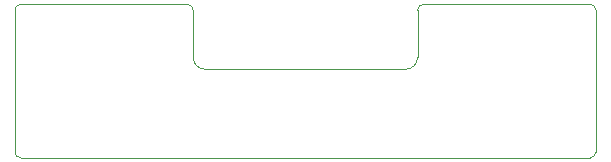
<source format=gbr>
%TF.GenerationSoftware,KiCad,Pcbnew,(5.1.10-1-10_14)*%
%TF.CreationDate,2021-11-16T21:19:30+13:00*%
%TF.ProjectId,BMSladder,424d536c-6164-4646-9572-2e6b69636164,rev?*%
%TF.SameCoordinates,Original*%
%TF.FileFunction,Profile,NP*%
%FSLAX46Y46*%
G04 Gerber Fmt 4.6, Leading zero omitted, Abs format (unit mm)*
G04 Created by KiCad (PCBNEW (5.1.10-1-10_14)) date 2021-11-16 21:19:30*
%MOMM*%
%LPD*%
G01*
G04 APERTURE LIST*
%TA.AperFunction,Profile*%
%ADD10C,0.050000*%
%TD*%
G04 APERTURE END LIST*
D10*
X19900000Y-20000000D02*
G75*
G02*
X20400000Y-19500000I500000J0D01*
G01*
X20400000Y-32500000D02*
G75*
G02*
X19900000Y-32000000I0J500000D01*
G01*
X69100000Y-32000000D02*
G75*
G02*
X68600000Y-32500000I-500000J0D01*
G01*
X68600000Y-19500000D02*
G75*
G02*
X69100000Y-20000000I0J-500000D01*
G01*
X54000000Y-20000000D02*
G75*
G02*
X54500000Y-19500000I500000J0D01*
G01*
X34500000Y-19500000D02*
G75*
G02*
X35000000Y-20000000I0J-500000D01*
G01*
X54000000Y-24000000D02*
G75*
G02*
X53000000Y-25000000I-1000000J0D01*
G01*
X36000000Y-25000000D02*
G75*
G02*
X35000000Y-24000000I0J1000000D01*
G01*
X54000000Y-20000000D02*
X54000000Y-24000000D01*
X53000000Y-25000000D02*
X36000000Y-25000000D01*
X35000000Y-24000000D02*
X35000000Y-20000000D01*
X68600000Y-19500000D02*
X54500000Y-19500000D01*
X34500000Y-19500000D02*
X20400000Y-19500000D01*
X69100000Y-32000000D02*
X69100000Y-20000000D01*
X20400000Y-32500000D02*
X68600000Y-32500000D01*
X19900000Y-20000000D02*
X19900000Y-32000000D01*
M02*

</source>
